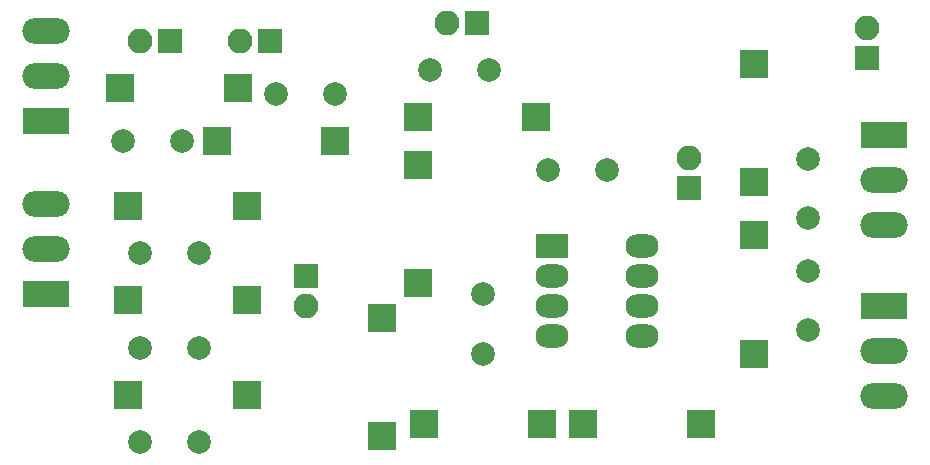
<source format=gbr>
G04 #@! TF.GenerationSoftware,KiCad,Pcbnew,(5.0.0)*
G04 #@! TF.CreationDate,2019-09-28T10:14:36+02:00*
G04 #@! TF.ProjectId,opampprotopcb,6F70616D7070726F746F7063622E6B69,rev?*
G04 #@! TF.SameCoordinates,Original*
G04 #@! TF.FileFunction,Soldermask,Bot*
G04 #@! TF.FilePolarity,Negative*
%FSLAX46Y46*%
G04 Gerber Fmt 4.6, Leading zero omitted, Abs format (unit mm)*
G04 Created by KiCad (PCBNEW (5.0.0)) date 09/28/19 10:14:36*
%MOMM*%
%LPD*%
G01*
G04 APERTURE LIST*
%ADD10R,4.000000X2.200000*%
%ADD11O,4.000000X2.200000*%
%ADD12R,2.100000X2.100000*%
%ADD13O,2.100000X2.100000*%
%ADD14O,2.800000X2.000000*%
%ADD15R,2.800000X2.000000*%
%ADD16R,2.398980X2.398980*%
%ADD17C,2.000000*%
G04 APERTURE END LIST*
D10*
G04 #@! TO.C,J1*
X91000000Y-51000000D03*
D11*
X91000000Y-54810000D03*
X91000000Y-58620000D03*
G04 #@! TD*
D10*
G04 #@! TO.C,J2*
X20000000Y-50000000D03*
D11*
X20000000Y-46190000D03*
X20000000Y-42380000D03*
G04 #@! TD*
G04 #@! TO.C,J3*
X20000000Y-27690000D03*
X20000000Y-31500000D03*
D10*
X20000000Y-35310000D03*
G04 #@! TD*
D12*
G04 #@! TO.C,J4*
X30500000Y-28500000D03*
D13*
X27960000Y-28500000D03*
G04 #@! TD*
D12*
G04 #@! TO.C,J5*
X42000000Y-48460000D03*
D13*
X42000000Y-51000000D03*
G04 #@! TD*
D12*
G04 #@! TO.C,J6*
X39000000Y-28500000D03*
D13*
X36460000Y-28500000D03*
G04 #@! TD*
G04 #@! TO.C,J7*
X53960000Y-27000000D03*
D12*
X56500000Y-27000000D03*
G04 #@! TD*
G04 #@! TO.C,J8*
X74500000Y-41000000D03*
D13*
X74500000Y-38460000D03*
G04 #@! TD*
D11*
G04 #@! TO.C,J9*
X91000000Y-44120000D03*
X91000000Y-40310000D03*
D10*
X91000000Y-36500000D03*
G04 #@! TD*
D13*
G04 #@! TO.C,J10*
X89500000Y-27460000D03*
D12*
X89500000Y-30000000D03*
G04 #@! TD*
D14*
G04 #@! TO.C,U1*
X70500000Y-45920000D03*
X62880000Y-53540000D03*
X70500000Y-48460000D03*
X62880000Y-51000000D03*
X70500000Y-51000000D03*
X62880000Y-48460000D03*
X70500000Y-53540000D03*
D15*
X62880000Y-45920000D03*
G04 #@! TD*
D16*
G04 #@! TO.C,R1*
X26299140Y-32500000D03*
X36301660Y-32500000D03*
G04 #@! TD*
G04 #@! TO.C,R2*
X36999960Y-58500000D03*
X26997440Y-58500000D03*
G04 #@! TD*
G04 #@! TO.C,R3*
X37002560Y-50500000D03*
X27000040Y-50500000D03*
G04 #@! TD*
G04 #@! TO.C,R4*
X26997440Y-42500000D03*
X36999960Y-42500000D03*
G04 #@! TD*
G04 #@! TO.C,R5*
X44501260Y-37000000D03*
X34498740Y-37000000D03*
G04 #@! TD*
G04 #@! TO.C,R6*
X51500000Y-38998740D03*
X51500000Y-49001260D03*
G04 #@! TD*
G04 #@! TO.C,R7*
X48500000Y-52000040D03*
X48500000Y-62002560D03*
G04 #@! TD*
G04 #@! TO.C,R8*
X61501260Y-35000000D03*
X51498740Y-35000000D03*
G04 #@! TD*
G04 #@! TO.C,R9*
X51998740Y-61000000D03*
X62001260Y-61000000D03*
G04 #@! TD*
G04 #@! TO.C,R10*
X65497440Y-61000000D03*
X75499960Y-61000000D03*
G04 #@! TD*
G04 #@! TO.C,R11*
X80000000Y-40502560D03*
X80000000Y-30500040D03*
G04 #@! TD*
G04 #@! TO.C,R12*
X80000000Y-44998740D03*
X80000000Y-55001260D03*
G04 #@! TD*
D17*
G04 #@! TO.C,C1*
X26500000Y-37000000D03*
X31500000Y-37000000D03*
G04 #@! TD*
G04 #@! TO.C,C2*
X28000000Y-62500000D03*
X33000000Y-62500000D03*
G04 #@! TD*
G04 #@! TO.C,C3*
X28000000Y-54500000D03*
X33000000Y-54500000D03*
G04 #@! TD*
G04 #@! TO.C,C4*
X28000000Y-46500000D03*
X33000000Y-46500000D03*
G04 #@! TD*
G04 #@! TO.C,C5*
X44500000Y-33000000D03*
X39500000Y-33000000D03*
G04 #@! TD*
G04 #@! TO.C,C6*
X57000000Y-50000000D03*
X57000000Y-55000000D03*
G04 #@! TD*
G04 #@! TO.C,C7*
X52500000Y-31000000D03*
X57500000Y-31000000D03*
G04 #@! TD*
G04 #@! TO.C,C8*
X84500000Y-38500000D03*
X84500000Y-43500000D03*
G04 #@! TD*
G04 #@! TO.C,C9*
X84500000Y-48000000D03*
X84500000Y-53000000D03*
G04 #@! TD*
G04 #@! TO.C,C10*
X62500000Y-39500000D03*
X67500000Y-39500000D03*
G04 #@! TD*
M02*

</source>
